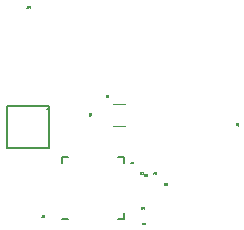
<source format=gbr>
G04 #@! TF.GenerationSoftware,KiCad,Pcbnew,5.0.1-33cea8e~68~ubuntu16.04.1*
G04 #@! TF.CreationDate,2018-10-31T23:40:33-04:00*
G04 #@! TF.ProjectId,motor controller,6D6F746F7220636F6E74726F6C6C6572,rev?*
G04 #@! TF.SameCoordinates,Original*
G04 #@! TF.FileFunction,Legend,Bot*
G04 #@! TF.FilePolarity,Positive*
%FSLAX46Y46*%
G04 Gerber Fmt 4.6, Leading zero omitted, Abs format (unit mm)*
G04 Created by KiCad (PCBNEW 5.0.1-33cea8e~68~ubuntu16.04.1) date Wed 31 Oct 2018 11:40:33 PM EDT*
%MOMM*%
%LPD*%
G01*
G04 APERTURE LIST*
%ADD10C,0.150000*%
%ADD11C,0.120000*%
%ADD12C,0.020000*%
G04 APERTURE END LIST*
D10*
G04 #@! TO.C,IC1*
X10300000Y-7200000D02*
X6700000Y-7200000D01*
X6700000Y-7200000D02*
X6700000Y-10800000D01*
X6700000Y-10800000D02*
X10300000Y-10800000D01*
X10300000Y-10800000D02*
X10300000Y-7200000D01*
X10130000Y-7480000D02*
G75*
G03X10130000Y-7480000I-60000J0D01*
G01*
G04 #@! TO.C,U1*
X16625000Y-16825000D02*
X16625000Y-16300000D01*
X11375000Y-11575000D02*
X11375000Y-12100000D01*
X16625000Y-11575000D02*
X16625000Y-12100000D01*
X11375000Y-16825000D02*
X11900000Y-16825000D01*
X11375000Y-11575000D02*
X11900000Y-11575000D01*
X16625000Y-11575000D02*
X16100000Y-11575000D01*
X16625000Y-16825000D02*
X16100000Y-16825000D01*
D11*
G04 #@! TO.C,C7*
X16700000Y-8910000D02*
X15700000Y-8910000D01*
X16700000Y-7090000D02*
X15700000Y-7090000D01*
G04 #@! TO.C,IC1*
D12*
X8646428Y1092142D02*
X8646428Y1242142D01*
X8489285Y1106428D02*
X8496428Y1099285D01*
X8517857Y1092142D01*
X8532142Y1092142D01*
X8553571Y1099285D01*
X8567857Y1113571D01*
X8575000Y1127857D01*
X8582142Y1156428D01*
X8582142Y1177857D01*
X8575000Y1206428D01*
X8567857Y1220714D01*
X8553571Y1235000D01*
X8532142Y1242142D01*
X8517857Y1242142D01*
X8496428Y1235000D01*
X8489285Y1227857D01*
X8346428Y1092142D02*
X8432142Y1092142D01*
X8389285Y1092142D02*
X8389285Y1242142D01*
X8403571Y1220714D01*
X8417857Y1206428D01*
X8432142Y1199285D01*
G04 #@! TO.C,U1*
X17414285Y-11947857D02*
X17414285Y-12069285D01*
X17407142Y-12083571D01*
X17400000Y-12090714D01*
X17385714Y-12097857D01*
X17357142Y-12097857D01*
X17342857Y-12090714D01*
X17335714Y-12083571D01*
X17328571Y-12069285D01*
X17328571Y-11947857D01*
X17178571Y-12097857D02*
X17264285Y-12097857D01*
X17221428Y-12097857D02*
X17221428Y-11947857D01*
X17235714Y-11969285D01*
X17250000Y-11983571D01*
X17264285Y-11990714D01*
G04 #@! TO.C,M1*
X26267857Y-8648571D02*
X26117857Y-8648571D01*
X26225000Y-8698571D01*
X26117857Y-8748571D01*
X26267857Y-8748571D01*
X26267857Y-8898571D02*
X26267857Y-8812857D01*
X26267857Y-8855714D02*
X26117857Y-8855714D01*
X26139285Y-8841428D01*
X26153571Y-8827142D01*
X26160714Y-8812857D01*
G04 #@! TO.C,C5*
X18145000Y-12966071D02*
X18152142Y-12973214D01*
X18173571Y-12980357D01*
X18187857Y-12980357D01*
X18209285Y-12973214D01*
X18223571Y-12958928D01*
X18230714Y-12944642D01*
X18237857Y-12916071D01*
X18237857Y-12894642D01*
X18230714Y-12866071D01*
X18223571Y-12851785D01*
X18209285Y-12837500D01*
X18187857Y-12830357D01*
X18173571Y-12830357D01*
X18152142Y-12837500D01*
X18145000Y-12844642D01*
X18009285Y-12830357D02*
X18080714Y-12830357D01*
X18087857Y-12901785D01*
X18080714Y-12894642D01*
X18066428Y-12887500D01*
X18030714Y-12887500D01*
X18016428Y-12894642D01*
X18009285Y-12901785D01*
X18002142Y-12916071D01*
X18002142Y-12951785D01*
X18009285Y-12966071D01*
X18016428Y-12973214D01*
X18030714Y-12980357D01*
X18066428Y-12980357D01*
X18080714Y-12973214D01*
X18087857Y-12966071D01*
G04 #@! TO.C,C7*
X13793571Y-7915000D02*
X13800714Y-7907857D01*
X13807857Y-7886428D01*
X13807857Y-7872142D01*
X13800714Y-7850714D01*
X13786428Y-7836428D01*
X13772142Y-7829285D01*
X13743571Y-7822142D01*
X13722142Y-7822142D01*
X13693571Y-7829285D01*
X13679285Y-7836428D01*
X13665000Y-7850714D01*
X13657857Y-7872142D01*
X13657857Y-7886428D01*
X13665000Y-7907857D01*
X13672142Y-7915000D01*
X13657857Y-7965000D02*
X13657857Y-8065000D01*
X13807857Y-8000714D01*
G04 #@! TO.C,R1*
X9765000Y-16627857D02*
X9815000Y-16556428D01*
X9850714Y-16627857D02*
X9850714Y-16477857D01*
X9793571Y-16477857D01*
X9779285Y-16485000D01*
X9772142Y-16492142D01*
X9765000Y-16506428D01*
X9765000Y-16527857D01*
X9772142Y-16542142D01*
X9779285Y-16549285D01*
X9793571Y-16556428D01*
X9850714Y-16556428D01*
X9622142Y-16627857D02*
X9707857Y-16627857D01*
X9665000Y-16627857D02*
X9665000Y-16477857D01*
X9679285Y-16499285D01*
X9693571Y-16513571D01*
X9707857Y-16520714D01*
G04 #@! TO.C,R4*
X19225000Y-12982857D02*
X19275000Y-12911428D01*
X19310714Y-12982857D02*
X19310714Y-12832857D01*
X19253571Y-12832857D01*
X19239285Y-12840000D01*
X19232142Y-12847142D01*
X19225000Y-12861428D01*
X19225000Y-12882857D01*
X19232142Y-12897142D01*
X19239285Y-12904285D01*
X19253571Y-12911428D01*
X19310714Y-12911428D01*
X19096428Y-12882857D02*
X19096428Y-12982857D01*
X19132142Y-12825714D02*
X19167857Y-12932857D01*
X19075000Y-12932857D01*
G04 #@! TO.C,R5*
X18317500Y-17265857D02*
X18367500Y-17194428D01*
X18403214Y-17265857D02*
X18403214Y-17115857D01*
X18346071Y-17115857D01*
X18331785Y-17123000D01*
X18324642Y-17130142D01*
X18317500Y-17144428D01*
X18317500Y-17165857D01*
X18324642Y-17180142D01*
X18331785Y-17187285D01*
X18346071Y-17194428D01*
X18403214Y-17194428D01*
X18181785Y-17115857D02*
X18253214Y-17115857D01*
X18260357Y-17187285D01*
X18253214Y-17180142D01*
X18238928Y-17173000D01*
X18203214Y-17173000D01*
X18188928Y-17180142D01*
X18181785Y-17187285D01*
X18174642Y-17201571D01*
X18174642Y-17237285D01*
X18181785Y-17251571D01*
X18188928Y-17258714D01*
X18203214Y-17265857D01*
X18238928Y-17265857D01*
X18253214Y-17258714D01*
X18260357Y-17251571D01*
G04 #@! TO.C,R6*
X20165000Y-13911857D02*
X20215000Y-13840428D01*
X20250714Y-13911857D02*
X20250714Y-13761857D01*
X20193571Y-13761857D01*
X20179285Y-13769000D01*
X20172142Y-13776142D01*
X20165000Y-13790428D01*
X20165000Y-13811857D01*
X20172142Y-13826142D01*
X20179285Y-13833285D01*
X20193571Y-13840428D01*
X20250714Y-13840428D01*
X20036428Y-13761857D02*
X20065000Y-13761857D01*
X20079285Y-13769000D01*
X20086428Y-13776142D01*
X20100714Y-13797571D01*
X20107857Y-13826142D01*
X20107857Y-13883285D01*
X20100714Y-13897571D01*
X20093571Y-13904714D01*
X20079285Y-13911857D01*
X20050714Y-13911857D01*
X20036428Y-13904714D01*
X20029285Y-13897571D01*
X20022142Y-13883285D01*
X20022142Y-13847571D01*
X20029285Y-13833285D01*
X20036428Y-13826142D01*
X20050714Y-13819000D01*
X20079285Y-13819000D01*
X20093571Y-13826142D01*
X20100714Y-13833285D01*
X20107857Y-13847571D01*
G04 #@! TO.C,R8*
X18197000Y-15951857D02*
X18247000Y-15880428D01*
X18282714Y-15951857D02*
X18282714Y-15801857D01*
X18225571Y-15801857D01*
X18211285Y-15809000D01*
X18204142Y-15816142D01*
X18197000Y-15830428D01*
X18197000Y-15851857D01*
X18204142Y-15866142D01*
X18211285Y-15873285D01*
X18225571Y-15880428D01*
X18282714Y-15880428D01*
X18111285Y-15866142D02*
X18125571Y-15859000D01*
X18132714Y-15851857D01*
X18139857Y-15837571D01*
X18139857Y-15830428D01*
X18132714Y-15816142D01*
X18125571Y-15809000D01*
X18111285Y-15801857D01*
X18082714Y-15801857D01*
X18068428Y-15809000D01*
X18061285Y-15816142D01*
X18054142Y-15830428D01*
X18054142Y-15837571D01*
X18061285Y-15851857D01*
X18068428Y-15859000D01*
X18082714Y-15866142D01*
X18111285Y-15866142D01*
X18125571Y-15873285D01*
X18132714Y-15880428D01*
X18139857Y-15894714D01*
X18139857Y-15923285D01*
X18132714Y-15937571D01*
X18125571Y-15944714D01*
X18111285Y-15951857D01*
X18082714Y-15951857D01*
X18068428Y-15944714D01*
X18061285Y-15937571D01*
X18054142Y-15923285D01*
X18054142Y-15894714D01*
X18061285Y-15880428D01*
X18068428Y-15873285D01*
X18082714Y-15866142D01*
G04 #@! TO.C,R9*
X18467500Y-13161857D02*
X18517500Y-13090428D01*
X18553214Y-13161857D02*
X18553214Y-13011857D01*
X18496071Y-13011857D01*
X18481785Y-13019000D01*
X18474642Y-13026142D01*
X18467500Y-13040428D01*
X18467500Y-13061857D01*
X18474642Y-13076142D01*
X18481785Y-13083285D01*
X18496071Y-13090428D01*
X18553214Y-13090428D01*
X18396071Y-13161857D02*
X18367500Y-13161857D01*
X18353214Y-13154714D01*
X18346071Y-13147571D01*
X18331785Y-13126142D01*
X18324642Y-13097571D01*
X18324642Y-13040428D01*
X18331785Y-13026142D01*
X18338928Y-13019000D01*
X18353214Y-13011857D01*
X18381785Y-13011857D01*
X18396071Y-13019000D01*
X18403214Y-13026142D01*
X18410357Y-13040428D01*
X18410357Y-13076142D01*
X18403214Y-13090428D01*
X18396071Y-13097571D01*
X18381785Y-13104714D01*
X18353214Y-13104714D01*
X18338928Y-13097571D01*
X18331785Y-13090428D01*
X18324642Y-13076142D01*
G04 #@! TO.C,C4*
X15266071Y-6369000D02*
X15273214Y-6361857D01*
X15280357Y-6340428D01*
X15280357Y-6326142D01*
X15273214Y-6304714D01*
X15258928Y-6290428D01*
X15244642Y-6283285D01*
X15216071Y-6276142D01*
X15194642Y-6276142D01*
X15166071Y-6283285D01*
X15151785Y-6290428D01*
X15137500Y-6304714D01*
X15130357Y-6326142D01*
X15130357Y-6340428D01*
X15137500Y-6361857D01*
X15144642Y-6369000D01*
X15180357Y-6497571D02*
X15280357Y-6497571D01*
X15123214Y-6461857D02*
X15230357Y-6426142D01*
X15230357Y-6519000D01*
G04 #@! TD*
M02*

</source>
